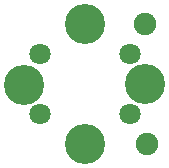
<source format=gbr>
G04 #@! TF.FileFunction,Soldermask,Top*
%FSLAX46Y46*%
G04 Gerber Fmt 4.6, Leading zero omitted, Abs format (unit mm)*
G04 Created by KiCad (PCBNEW 4.0.2+dfsg1-stable) date mar 18 dic 2018 10:10:51 CET*
%MOMM*%
G01*
G04 APERTURE LIST*
%ADD10C,0.100000*%
%ADD11C,1.797000*%
%ADD12C,1.900000*%
%ADD13C,3.400000*%
G04 APERTURE END LIST*
D10*
D11*
X131020820Y-101455220D03*
X131020820Y-106535220D03*
X123400820Y-101455220D03*
X123400820Y-106535220D03*
D12*
X132476240Y-109049820D03*
X132336540Y-98877120D03*
D13*
X132285740Y-104035860D03*
X127243840Y-98910140D03*
X122080020Y-104053640D03*
X127276860Y-109067600D03*
M02*

</source>
